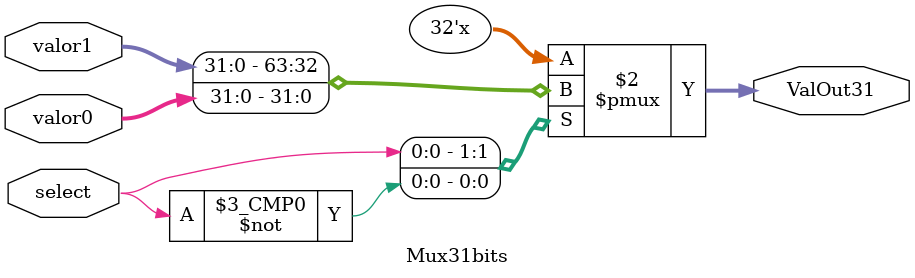
<source format=v>
module Mux31bits(
    input [31:0]valor1,
    input [31:0]valor0,
    input select,
    output reg [31:0]ValOut31
);

always @*
    begin
        case(select)
        1'b1:
            ValOut31=valor1;
        1'b0:
            ValOut31=valor0;
        endcase
    end
endmodule

</source>
